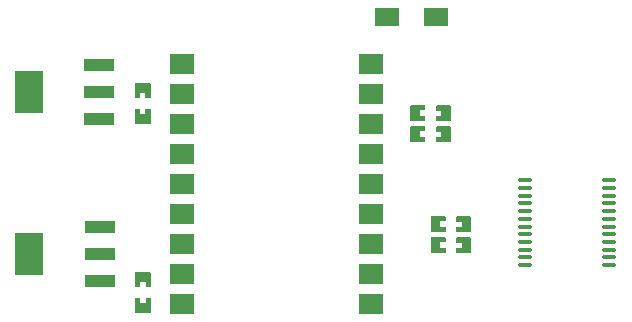
<source format=gtp>
G04 Layer: TopPasteMaskLayer*
G04 EasyEDA Pro v2.2.45.4, 2026-02-20 22:42:29*
G04 Gerber Generator version 0.3*
G04 Scale: 100 percent, Rotated: No, Reflected: No*
G04 Dimensions in millimeters*
G04 Leading zeros omitted, absolute positions, 4 integers and 5 decimals*
G04 Generated by one-click*
%FSLAX45Y45*%
%MOMM*%
%ADD10O,1.324X0.308*%
%ADD11R,2.1021X1.80188*%
%ADD12R,2.1021X1.80198*%
%ADD13R,2.49999X1.1*%
%ADD14R,2.34X3.59999*%
%ADD15R,2.0066X1.59301*%
%ADD16R,2.0X1.59301*%
G75*


G04 PolygonModel Start*
G36*
G01X3708083Y-2024880D02*
G01X3708083Y-1896882D01*
G01X3713084Y-1891881D01*
G01X3828085Y-1891881D01*
G01X3833084Y-1896882D01*
G01X3833586Y-1937885D01*
G01X3788585Y-1937885D01*
G01X3788585Y-1982884D01*
G01X3832586Y-1982884D01*
G01X3833084Y-2024880D01*
G01X3828085Y-2029882D01*
G01X3713084Y-2029882D01*
G01X3708083Y-2024880D01*
G37*
G36*
G01X4049078Y-1896880D02*
G01X4049078Y-2024878D01*
G01X4044076Y-2029879D01*
G01X3929075Y-2029879D01*
G01X3924076Y-2024878D01*
G01X3923574Y-1983875D01*
G01X3968575Y-1983875D01*
G01X3968575Y-1938876D01*
G01X3924574Y-1938876D01*
G01X3924076Y-1896880D01*
G01X3929075Y-1891878D01*
G01X4044076Y-1891878D01*
G01X4049078Y-1896880D01*
G37*
G36*
G01X3708083Y-2202680D02*
G01X3708083Y-2074682D01*
G01X3713084Y-2069681D01*
G01X3828085Y-2069681D01*
G01X3833084Y-2074682D01*
G01X3833586Y-2115685D01*
G01X3788585Y-2115685D01*
G01X3788585Y-2160684D01*
G01X3832586Y-2160684D01*
G01X3833084Y-2202680D01*
G01X3828085Y-2207682D01*
G01X3713084Y-2207682D01*
G01X3708083Y-2202680D01*
G37*
G36*
G01X4049078Y-2074680D02*
G01X4049078Y-2202678D01*
G01X4044076Y-2207679D01*
G01X3929075Y-2207679D01*
G01X3924076Y-2202678D01*
G01X3923574Y-2161675D01*
G01X3968575Y-2161675D01*
G01X3968575Y-2116676D01*
G01X3924574Y-2116676D01*
G01X3924076Y-2074680D01*
G01X3929075Y-2069678D01*
G01X4044076Y-2069678D01*
G01X4049078Y-2074680D01*
G37*
G36*
G01X3876358Y-1134880D02*
G01X3876358Y-1262878D01*
G01X3871356Y-1267879D01*
G01X3756355Y-1267879D01*
G01X3751356Y-1262878D01*
G01X3750854Y-1221875D01*
G01X3795855Y-1221875D01*
G01X3795855Y-1176876D01*
G01X3751854Y-1176876D01*
G01X3751356Y-1134880D01*
G01X3756355Y-1129878D01*
G01X3871356Y-1129878D01*
G01X3876358Y-1134880D01*
G37*
G36*
G01X3535363Y-1262880D02*
G01X3535363Y-1134882D01*
G01X3540364Y-1129881D01*
G01X3655365Y-1129881D01*
G01X3660364Y-1134882D01*
G01X3660866Y-1175885D01*
G01X3615865Y-1175885D01*
G01X3615865Y-1220884D01*
G01X3659866Y-1220884D01*
G01X3660364Y-1262880D01*
G01X3655365Y-1267882D01*
G01X3540364Y-1267882D01*
G01X3535363Y-1262880D01*
G37*
G36*
G01X3876358Y-957080D02*
G01X3876358Y-1085078D01*
G01X3871356Y-1090079D01*
G01X3756355Y-1090079D01*
G01X3751356Y-1085078D01*
G01X3750854Y-1044075D01*
G01X3795855Y-1044075D01*
G01X3795855Y-999076D01*
G01X3751854Y-999076D01*
G01X3751356Y-957080D01*
G01X3756355Y-952078D01*
G01X3871356Y-952078D01*
G01X3876358Y-957080D01*
G37*
G36*
G01X3535363Y-1085080D02*
G01X3535363Y-957082D01*
G01X3540364Y-952081D01*
G01X3655365Y-952081D01*
G01X3660364Y-957082D01*
G01X3660866Y-998085D01*
G01X3615865Y-998085D01*
G01X3615865Y-1043084D01*
G01X3659866Y-1043084D01*
G01X3660364Y-1085080D01*
G01X3655365Y-1090082D01*
G01X3540364Y-1090082D01*
G01X3535363Y-1085080D01*
G37*
G36*
G01X1206000Y-2369998D02*
G01X1333998Y-2369998D01*
G01X1338999Y-2374999D01*
G01X1338999Y-2490000D01*
G01X1333998Y-2494999D01*
G01X1292995Y-2495502D01*
G01X1292995Y-2450501D01*
G01X1247996Y-2450501D01*
G01X1247996Y-2494501D01*
G01X1206000Y-2494999D01*
G01X1200998Y-2490000D01*
G01X1200998Y-2374999D01*
G01X1206000Y-2369998D01*
G37*
G36*
G01X1206000Y-2584999D02*
G01X1247996Y-2585001D01*
G01X1247996Y-2629499D01*
G01X1292995Y-2629499D01*
G01X1292995Y-2585502D01*
G01X1333998Y-2584999D01*
G01X1338999Y-2590000D01*
G01X1338999Y-2704998D01*
G01X1333998Y-2710000D01*
G01X1206000Y-2710000D01*
G01X1200998Y-2704998D01*
G01X1200998Y-2590000D01*
G01X1206000Y-2584999D01*
G37*
G36*
G01X1334000Y-1109802D02*
G01X1206002Y-1109802D01*
G01X1201001Y-1104801D01*
G01X1201001Y-989800D01*
G01X1206002Y-984801D01*
G01X1247005Y-984298D01*
G01X1247005Y-1029299D01*
G01X1292004Y-1029299D01*
G01X1292004Y-985299D01*
G01X1334000Y-984801D01*
G01X1339002Y-989800D01*
G01X1339002Y-1104801D01*
G01X1334000Y-1109802D01*
G37*
G36*
G01X1334000Y-894801D02*
G01X1292004Y-894799D01*
G01X1292004Y-850301D01*
G01X1247005Y-850301D01*
G01X1247005Y-894298D01*
G01X1206002Y-894801D01*
G01X1201001Y-889800D01*
G01X1201001Y-774802D01*
G01X1206002Y-769800D01*
G01X1334000Y-769800D01*
G01X1339002Y-774802D01*
G01X1339002Y-889800D01*
G01X1334000Y-894801D01*
G37*

G04 Pad Start*
G54D10*
G01X5217770Y-2305685D03*
G01X5217770Y-2240686D03*
G01X5217770Y-2175688D03*
G01X5217770Y-2110689D03*
G01X5217770Y-2045691D03*
G01X5217770Y-1980667D03*
G01X5217770Y-1915668D03*
G01X5217770Y-1850669D03*
G01X5217770Y-1785671D03*
G01X5217770Y-1720672D03*
G01X5217770Y-1655674D03*
G01X5217770Y-1590675D03*
G01X4505350Y-2305685D03*
G01X4505350Y-2240686D03*
G01X4505350Y-2175688D03*
G01X4505350Y-2110689D03*
G01X4505350Y-2045691D03*
G01X4505350Y-1980667D03*
G01X4505350Y-1915668D03*
G01X4505350Y-1850669D03*
G01X4505350Y-1785671D03*
G01X4505350Y-1720672D03*
G01X4505350Y-1655674D03*
G01X4505350Y-1590675D03*
G54D11*
G01X1597660Y-601980D03*
G01X1597660Y-855980D03*
G01X1597660Y-1109980D03*
G54D12*
G01X1597660Y-1363980D03*
G01X1597660Y-1617980D03*
G01X1597660Y-1871980D03*
G01X1597660Y-2125980D03*
G01X1597660Y-2379980D03*
G01X3197860Y-2379980D03*
G01X3197860Y-2125980D03*
G01X3197860Y-1871980D03*
G01X3197860Y-1617980D03*
G01X3197860Y-1363980D03*
G54D11*
G01X3197860Y-1109980D03*
G01X3197860Y-855980D03*
G01X3197860Y-601980D03*
G54D12*
G01X1597660Y-2633980D03*
G01X3197860Y-2633980D03*
G54D13*
G01X904055Y-2442337D03*
G01X904055Y-2212340D03*
G01X904055Y-1982343D03*
G54D14*
G01X310063Y-2212340D03*
G54D13*
G01X898975Y-1070737D03*
G01X898975Y-840740D03*
G01X898975Y-610743D03*
G54D14*
G01X304983Y-840740D03*
G54D16*
G01X3333293Y-203200D03*
G01X3753307Y-203200D03*
G04 Pad End*

M02*


</source>
